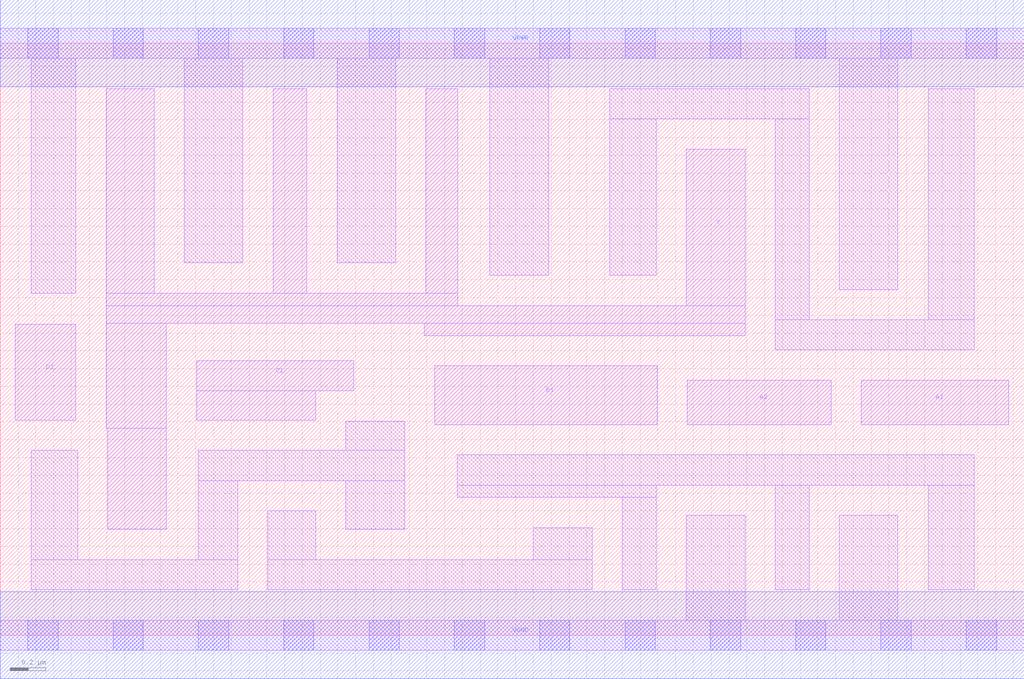
<source format=lef>
# Copyright 2020 The SkyWater PDK Authors
#
# Licensed under the Apache License, Version 2.0 (the "License");
# you may not use this file except in compliance with the License.
# You may obtain a copy of the License at
#
#     https://www.apache.org/licenses/LICENSE-2.0
#
# Unless required by applicable law or agreed to in writing, software
# distributed under the License is distributed on an "AS IS" BASIS,
# WITHOUT WARRANTIES OR CONDITIONS OF ANY KIND, either express or implied.
# See the License for the specific language governing permissions and
# limitations under the License.
#
# SPDX-License-Identifier: Apache-2.0

VERSION 5.7 ;
  NAMESCASESENSITIVE ON ;
  NOWIREEXTENSIONATPIN ON ;
  DIVIDERCHAR "/" ;
  BUSBITCHARS "[]" ;
UNITS
  DATABASE MICRONS 200 ;
END UNITS
MACRO sky130_fd_sc_lp__o2111ai_2
  CLASS CORE ;
  SOURCE USER ;
  FOREIGN sky130_fd_sc_lp__o2111ai_2 ;
  ORIGIN  0.000000  0.000000 ;
  SIZE  5.760000 BY  3.330000 ;
  SYMMETRY X Y R90 ;
  SITE unit ;
  PIN A1
    ANTENNAGATEAREA  0.630000 ;
    DIRECTION INPUT ;
    USE SIGNAL ;
    PORT
      LAYER li1 ;
        RECT 4.845000 1.185000 5.675000 1.435000 ;
    END
  END A1
  PIN A2
    ANTENNAGATEAREA  0.630000 ;
    DIRECTION INPUT ;
    USE SIGNAL ;
    PORT
      LAYER li1 ;
        RECT 3.865000 1.185000 4.675000 1.435000 ;
    END
  END A2
  PIN B1
    ANTENNAGATEAREA  0.630000 ;
    DIRECTION INPUT ;
    USE SIGNAL ;
    PORT
      LAYER li1 ;
        RECT 2.445000 1.185000 3.695000 1.515000 ;
    END
  END B1
  PIN C1
    ANTENNAGATEAREA  0.630000 ;
    DIRECTION INPUT ;
    USE SIGNAL ;
    PORT
      LAYER li1 ;
        RECT 1.105000 1.210000 1.775000 1.375000 ;
        RECT 1.105000 1.375000 1.990000 1.545000 ;
    END
  END C1
  PIN D1
    ANTENNAGATEAREA  0.630000 ;
    DIRECTION INPUT ;
    USE SIGNAL ;
    PORT
      LAYER li1 ;
        RECT 0.085000 1.210000 0.425000 1.750000 ;
    END
  END D1
  PIN Y
    ANTENNADIFFAREA  1.646400 ;
    DIRECTION OUTPUT ;
    USE SIGNAL ;
    PORT
      LAYER li1 ;
        RECT 0.595000 1.165000 0.935000 1.755000 ;
        RECT 0.595000 1.755000 4.190000 1.855000 ;
        RECT 0.595000 1.855000 2.575000 1.925000 ;
        RECT 0.595000 1.925000 0.865000 3.075000 ;
        RECT 0.605000 0.595000 0.935000 1.165000 ;
        RECT 1.535000 1.925000 1.725000 3.075000 ;
        RECT 2.385000 1.685000 4.190000 1.755000 ;
        RECT 2.395000 1.925000 2.575000 3.075000 ;
        RECT 3.860000 1.855000 4.190000 2.735000 ;
    END
  END Y
  PIN VGND
    DIRECTION INOUT ;
    USE GROUND ;
    PORT
      LAYER met1 ;
        RECT 0.000000 -0.245000 5.760000 0.245000 ;
    END
  END VGND
  PIN VPWR
    DIRECTION INOUT ;
    USE POWER ;
    PORT
      LAYER met1 ;
        RECT 0.000000 3.085000 5.760000 3.575000 ;
    END
  END VPWR
  OBS
    LAYER li1 ;
      RECT 0.000000 -0.085000 5.760000 0.085000 ;
      RECT 0.000000  3.245000 5.760000 3.415000 ;
      RECT 0.175000  0.255000 1.335000 0.425000 ;
      RECT 0.175000  0.425000 0.435000 1.040000 ;
      RECT 0.175000  1.925000 0.425000 3.245000 ;
      RECT 1.035000  2.095000 1.365000 3.245000 ;
      RECT 1.115000  0.425000 1.335000 0.870000 ;
      RECT 1.115000  0.870000 2.275000 1.040000 ;
      RECT 1.505000  0.255000 3.330000 0.425000 ;
      RECT 1.505000  0.425000 1.775000 0.700000 ;
      RECT 1.895000  2.095000 2.225000 3.245000 ;
      RECT 1.945000  0.595000 2.275000 0.870000 ;
      RECT 1.945000  1.040000 2.275000 1.205000 ;
      RECT 2.570000  0.775000 3.690000 0.845000 ;
      RECT 2.570000  0.845000 5.480000 1.015000 ;
      RECT 2.755000  2.025000 3.085000 3.245000 ;
      RECT 3.000000  0.425000 3.330000 0.605000 ;
      RECT 3.430000  2.025000 3.690000 2.905000 ;
      RECT 3.430000  2.905000 4.550000 3.075000 ;
      RECT 3.500000  0.255000 3.690000 0.775000 ;
      RECT 3.860000  0.085000 4.190000 0.675000 ;
      RECT 4.360000  0.255000 4.550000 0.845000 ;
      RECT 4.360000  1.605000 5.480000 1.775000 ;
      RECT 4.360000  1.775000 4.550000 2.905000 ;
      RECT 4.720000  0.085000 5.050000 0.675000 ;
      RECT 4.720000  1.945000 5.050000 3.245000 ;
      RECT 5.220000  0.255000 5.480000 0.845000 ;
      RECT 5.220000  1.775000 5.480000 3.075000 ;
    LAYER mcon ;
      RECT 0.155000 -0.085000 0.325000 0.085000 ;
      RECT 0.155000  3.245000 0.325000 3.415000 ;
      RECT 0.635000 -0.085000 0.805000 0.085000 ;
      RECT 0.635000  3.245000 0.805000 3.415000 ;
      RECT 1.115000 -0.085000 1.285000 0.085000 ;
      RECT 1.115000  3.245000 1.285000 3.415000 ;
      RECT 1.595000 -0.085000 1.765000 0.085000 ;
      RECT 1.595000  3.245000 1.765000 3.415000 ;
      RECT 2.075000 -0.085000 2.245000 0.085000 ;
      RECT 2.075000  3.245000 2.245000 3.415000 ;
      RECT 2.555000 -0.085000 2.725000 0.085000 ;
      RECT 2.555000  3.245000 2.725000 3.415000 ;
      RECT 3.035000 -0.085000 3.205000 0.085000 ;
      RECT 3.035000  3.245000 3.205000 3.415000 ;
      RECT 3.515000 -0.085000 3.685000 0.085000 ;
      RECT 3.515000  3.245000 3.685000 3.415000 ;
      RECT 3.995000 -0.085000 4.165000 0.085000 ;
      RECT 3.995000  3.245000 4.165000 3.415000 ;
      RECT 4.475000 -0.085000 4.645000 0.085000 ;
      RECT 4.475000  3.245000 4.645000 3.415000 ;
      RECT 4.955000 -0.085000 5.125000 0.085000 ;
      RECT 4.955000  3.245000 5.125000 3.415000 ;
      RECT 5.435000 -0.085000 5.605000 0.085000 ;
      RECT 5.435000  3.245000 5.605000 3.415000 ;
  END
END sky130_fd_sc_lp__o2111ai_2

</source>
